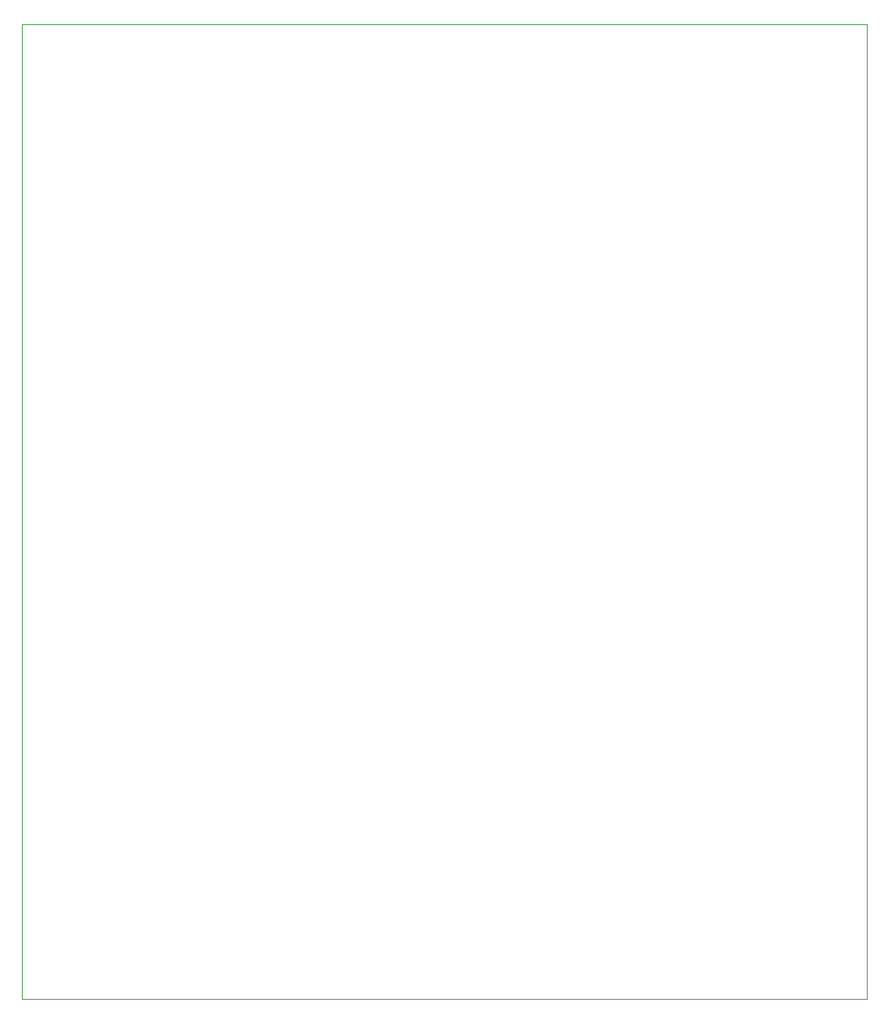
<source format=gm1>
%TF.GenerationSoftware,KiCad,Pcbnew,6.0.0*%
%TF.CreationDate,2022-03-27T17:34:43-07:00*%
%TF.ProjectId,PSU,5053552e-6b69-4636-9164-5f7063625858,rev?*%
%TF.SameCoordinates,Original*%
%TF.FileFunction,Profile,NP*%
%FSLAX46Y46*%
G04 Gerber Fmt 4.6, Leading zero omitted, Abs format (unit mm)*
G04 Created by KiCad (PCBNEW 6.0.0) date 2022-03-27 17:34:43*
%MOMM*%
%LPD*%
G01*
G04 APERTURE LIST*
%TA.AperFunction,Profile*%
%ADD10C,0.100000*%
%TD*%
G04 APERTURE END LIST*
D10*
X186690000Y-81280000D02*
X95250000Y-81280000D01*
X95250000Y-81280000D02*
X95250000Y-186690000D01*
X95250000Y-186690000D02*
X186690000Y-186690000D01*
X186690000Y-186690000D02*
X186690000Y-81280000D01*
M02*

</source>
